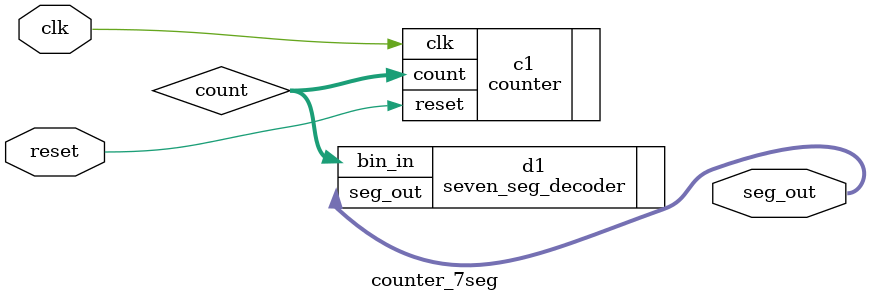
<source format=v>
`timescale 1ns / 1ps
module counter_7seg(clk, reset, seg_out);
input clk, reset;
output [6:0] seg_out;
wire [3:0] count;

counter c1(.clk(clk), .reset(reset), .count(count));
seven_seg_decoder d1(.bin_in(count), .seg_out(seg_out));

endmodule

</source>
